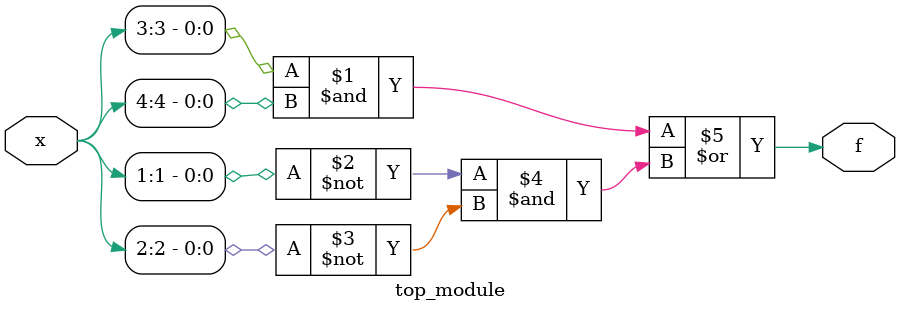
<source format=sv>
module top_module (
    input [4:1] x,
    output wire f
);

assign f = (x[3] & x[4]) | (~x[1] & ~x[2]);

endmodule

</source>
